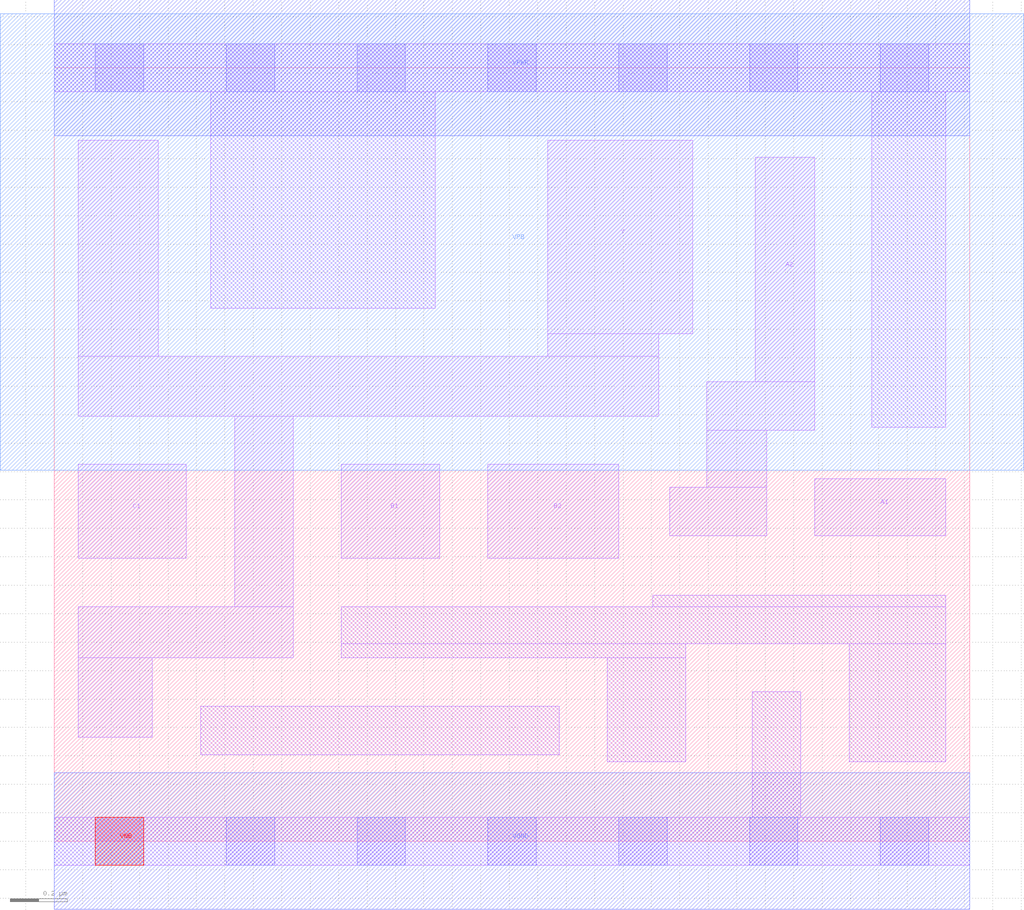
<source format=lef>
# Copyright 2020 The SkyWater PDK Authors
#
# Licensed under the Apache License, Version 2.0 (the "License");
# you may not use this file except in compliance with the License.
# You may obtain a copy of the License at
#
#     https://www.apache.org/licenses/LICENSE-2.0
#
# Unless required by applicable law or agreed to in writing, software
# distributed under the License is distributed on an "AS IS" BASIS,
# WITHOUT WARRANTIES OR CONDITIONS OF ANY KIND, either express or implied.
# See the License for the specific language governing permissions and
# limitations under the License.
#
# SPDX-License-Identifier: Apache-2.0

VERSION 5.7 ;
  NOWIREEXTENSIONATPIN ON ;
  DIVIDERCHAR "/" ;
  BUSBITCHARS "[]" ;
MACRO sky130_fd_sc_hd__o221ai_1
  CLASS CORE ;
  FOREIGN sky130_fd_sc_hd__o221ai_1 ;
  ORIGIN  0.000000  0.000000 ;
  SIZE  3.220000 BY  2.720000 ;
  SYMMETRY X Y R90 ;
  SITE unithd ;
  PIN A1
    ANTENNAGATEAREA  0.247500 ;
    DIRECTION INPUT ;
    USE SIGNAL ;
    PORT
      LAYER li1 ;
        RECT 2.675000 1.075000 3.135000 1.275000 ;
    END
  END A1
  PIN A2
    ANTENNAGATEAREA  0.247500 ;
    DIRECTION INPUT ;
    USE SIGNAL ;
    PORT
      LAYER li1 ;
        RECT 2.165000 1.075000 2.505000 1.245000 ;
        RECT 2.295000 1.245000 2.505000 1.445000 ;
        RECT 2.295000 1.445000 2.675000 1.615000 ;
        RECT 2.465000 1.615000 2.675000 2.405000 ;
    END
  END A2
  PIN B1
    ANTENNAGATEAREA  0.247500 ;
    DIRECTION INPUT ;
    USE SIGNAL ;
    PORT
      LAYER li1 ;
        RECT 1.010000 0.995000 1.355000 1.325000 ;
    END
  END B1
  PIN B2
    ANTENNAGATEAREA  0.247500 ;
    DIRECTION INPUT ;
    USE SIGNAL ;
    PORT
      LAYER li1 ;
        RECT 1.525000 0.995000 1.985000 1.325000 ;
    END
  END B2
  PIN C1
    ANTENNAGATEAREA  0.247500 ;
    DIRECTION INPUT ;
    USE SIGNAL ;
    PORT
      LAYER li1 ;
        RECT 0.085000 0.995000 0.465000 1.325000 ;
    END
  END C1
  PIN Y
    ANTENNADIFFAREA  0.899000 ;
    DIRECTION OUTPUT ;
    USE SIGNAL ;
    PORT
      LAYER li1 ;
        RECT 0.085000 0.365000 0.345000 0.645000 ;
        RECT 0.085000 0.645000 0.840000 0.825000 ;
        RECT 0.085000 1.495000 2.125000 1.705000 ;
        RECT 0.085000 1.705000 0.365000 2.465000 ;
        RECT 0.635000 0.825000 0.840000 1.495000 ;
        RECT 1.735000 1.705000 2.125000 1.785000 ;
        RECT 1.735000 1.785000 2.245000 2.465000 ;
    END
  END Y
  PIN VGND
    DIRECTION INOUT ;
    SHAPE ABUTMENT ;
    USE GROUND ;
    PORT
      LAYER met1 ;
        RECT 0.000000 -0.240000 3.220000 0.240000 ;
    END
  END VGND
  PIN VNB
    DIRECTION INOUT ;
    USE GROUND ;
    PORT
      LAYER pwell ;
        RECT 0.145000 -0.085000 0.315000 0.085000 ;
    END
  END VNB
  PIN VPB
    DIRECTION INOUT ;
    USE POWER ;
    PORT
      LAYER nwell ;
        RECT -0.190000 1.305000 3.410000 2.910000 ;
    END
  END VPB
  PIN VPWR
    DIRECTION INOUT ;
    SHAPE ABUTMENT ;
    USE POWER ;
    PORT
      LAYER met1 ;
        RECT 0.000000 2.480000 3.220000 2.960000 ;
    END
  END VPWR
  OBS
    LAYER li1 ;
      RECT 0.000000 -0.085000 3.220000 0.085000 ;
      RECT 0.000000  2.635000 3.220000 2.805000 ;
      RECT 0.515000  0.305000 1.775000 0.475000 ;
      RECT 0.550000  1.875000 1.340000 2.635000 ;
      RECT 1.010000  0.645000 2.220000 0.695000 ;
      RECT 1.010000  0.695000 3.135000 0.825000 ;
      RECT 1.945000  0.280000 2.220000 0.645000 ;
      RECT 2.105000  0.825000 3.135000 0.865000 ;
      RECT 2.455000  0.085000 2.625000 0.525000 ;
      RECT 2.795000  0.280000 3.135000 0.695000 ;
      RECT 2.875000  1.455000 3.135000 2.635000 ;
    LAYER mcon ;
      RECT 0.145000 -0.085000 0.315000 0.085000 ;
      RECT 0.145000  2.635000 0.315000 2.805000 ;
      RECT 0.605000 -0.085000 0.775000 0.085000 ;
      RECT 0.605000  2.635000 0.775000 2.805000 ;
      RECT 1.065000 -0.085000 1.235000 0.085000 ;
      RECT 1.065000  2.635000 1.235000 2.805000 ;
      RECT 1.525000 -0.085000 1.695000 0.085000 ;
      RECT 1.525000  2.635000 1.695000 2.805000 ;
      RECT 1.985000 -0.085000 2.155000 0.085000 ;
      RECT 1.985000  2.635000 2.155000 2.805000 ;
      RECT 2.445000 -0.085000 2.615000 0.085000 ;
      RECT 2.445000  2.635000 2.615000 2.805000 ;
      RECT 2.905000 -0.085000 3.075000 0.085000 ;
      RECT 2.905000  2.635000 3.075000 2.805000 ;
  END
END sky130_fd_sc_hd__o221ai_1
END LIBRARY

</source>
